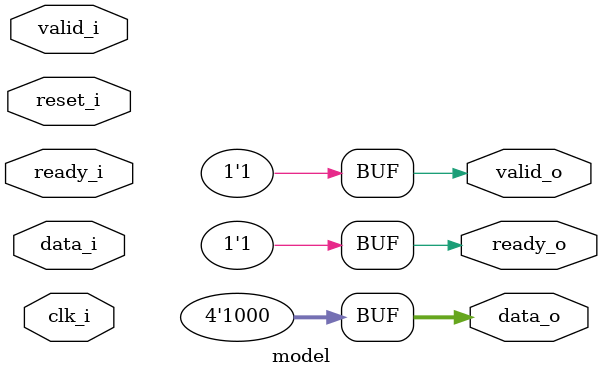
<source format=sv>
module model
	(input	[0:0]	clk_i
	,input	[0:0]	reset_i

	/* Input Interface */
	,input	[0:0]	valid_i
	,input	[783:0]	data_i
	,output [0:0]	ready_o

	/* Output Interface */
	,output	[0:0]	valid_o
	,output	[3:0]	data_o
	,input	[0:0]	ready_i
	);

	/* Code */

	assign ready_o = 1'b1;
	assign valid_o = 1'b1;
	assign data_o = 4'd8;

endmodule

</source>
